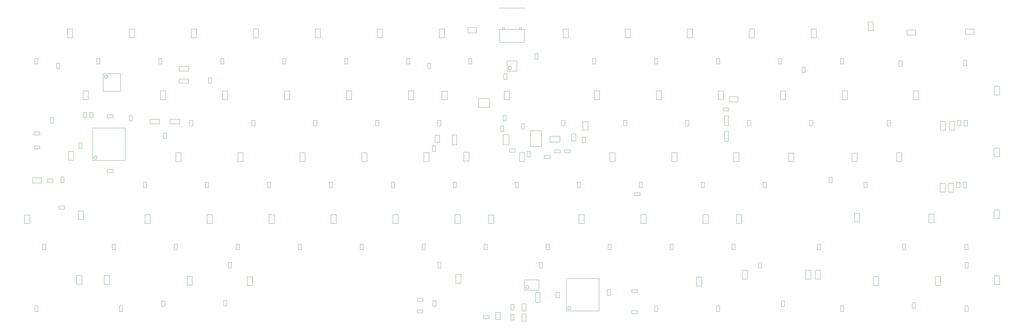
<source format=gbr>
%FSTAX23Y23*%
%MOIN*%
%SFA1B1*%

%IPPOS*%
%ADD146C,0.003937*%
%LNquadcube_65_pcb_mechanical_13-1*%
%LPD*%
G54D146*
X05462Y07247D02*
D01*
X05462Y07248*
X05462Y07249*
X05462Y07251*
X05461Y07252*
X05461Y07253*
X0546Y07255*
X0546Y07256*
X05459Y07257*
X05458Y07258*
X05457Y07259*
X05457Y0726*
X05456Y07261*
X05455Y07262*
X05453Y07263*
X05452Y07264*
X05451Y07264*
X0545Y07265*
X05448Y07265*
X05447Y07266*
X05446Y07266*
X05444Y07266*
X05443Y07266*
X05442*
X0544Y07266*
X05439Y07266*
X05438Y07266*
X05436Y07265*
X05435Y07265*
X05434Y07264*
X05433Y07264*
X05431Y07263*
X0543Y07262*
X05429Y07261*
X05428Y0726*
X05427Y07259*
X05426Y07258*
X05426Y07257*
X05425Y07256*
X05424Y07255*
X05424Y07253*
X05423Y07252*
X05423Y07251*
X05423Y07249*
X05423Y07248*
X05423Y07247*
X05423Y07245*
X05423Y07244*
X05423Y07242*
X05423Y07241*
X05424Y0724*
X05424Y07239*
X05425Y07237*
X05426Y07236*
X05426Y07235*
X05427Y07234*
X05428Y07233*
X05429Y07232*
X0543Y07231*
X05431Y0723*
X05433Y07229*
X05434Y07229*
X05435Y07228*
X05436Y07228*
X05438Y07227*
X05439Y07227*
X0544Y07227*
X05442Y07227*
X05443*
X05444Y07227*
X05446Y07227*
X05447Y07227*
X05448Y07228*
X0545Y07228*
X05451Y07229*
X05452Y07229*
X05453Y0723*
X05455Y07231*
X05456Y07232*
X05457Y07233*
X05457Y07234*
X05458Y07235*
X05459Y07236*
X0546Y07237*
X0546Y07239*
X05461Y0724*
X05461Y07241*
X05462Y07242*
X05462Y07244*
X05462Y07245*
X05462Y07247*
X11196Y05424D02*
D01*
X11196Y05425*
X11196Y05426*
X11196Y05428*
X11196Y05429*
X11195Y0543*
X11195Y05432*
X11194Y05433*
X11193Y05434*
X11193Y05435*
X11192Y05436*
X11191Y05437*
X1119Y05438*
X11189Y05439*
X11188Y0544*
X11187Y05441*
X11185Y05441*
X11184Y05442*
X11183Y05442*
X11181Y05443*
X1118Y05443*
X11179Y05443*
X11177Y05443*
X11176*
X11175Y05443*
X11173Y05443*
X11172Y05443*
X11171Y05442*
X11169Y05442*
X11168Y05441*
X11167Y05441*
X11166Y0544*
X11165Y05439*
X11163Y05438*
X11163Y05437*
X11162Y05436*
X11161Y05435*
X1116Y05434*
X11159Y05433*
X11159Y05432*
X11158Y0543*
X11158Y05429*
X11157Y05428*
X11157Y05426*
X11157Y05425*
X11157Y05424*
X11157Y05422*
X11157Y05421*
X11157Y0542*
X11158Y05418*
X11158Y05417*
X11159Y05416*
X11159Y05414*
X1116Y05413*
X11161Y05412*
X11162Y05411*
X11163Y0541*
X11163Y05409*
X11165Y05408*
X11166Y05407*
X11167Y05407*
X11168Y05406*
X11169Y05405*
X11171Y05405*
X11172Y05405*
X11173Y05404*
X11175Y05404*
X11176Y05404*
X11177*
X11179Y05404*
X1118Y05404*
X11181Y05405*
X11183Y05405*
X11184Y05405*
X11185Y05406*
X11187Y05407*
X11188Y05407*
X11189Y05408*
X1119Y05409*
X11191Y0541*
X11192Y05411*
X11193Y05412*
X11193Y05413*
X11194Y05414*
X11195Y05416*
X11195Y05417*
X11196Y05418*
X11196Y0542*
X11196Y05421*
X11196Y05422*
X11196Y05424*
X05589Y08229D02*
D01*
X05589Y0823*
X05589Y08232*
X05589Y08233*
X05588Y08234*
X05588Y08236*
X05587Y08237*
X05587Y08238*
X05586Y08239*
X05585Y0824*
X05584Y08241*
X05584Y08243*
X05583Y08243*
X05582Y08244*
X0558Y08245*
X05579Y08246*
X05578Y08247*
X05577Y08247*
X05575Y08248*
X05574Y08248*
X05573Y08248*
X05571Y08248*
X0557Y08249*
X05569*
X05567Y08248*
X05566Y08248*
X05565Y08248*
X05563Y08248*
X05562Y08247*
X05561Y08247*
X0556Y08246*
X05558Y08245*
X05557Y08244*
X05556Y08243*
X05555Y08243*
X05554Y08241*
X05553Y0824*
X05553Y08239*
X05552Y08238*
X05551Y08237*
X05551Y08236*
X0555Y08234*
X0555Y08233*
X0555Y08232*
X0555Y0823*
X0555Y08229*
X0555Y08227*
X0555Y08226*
X0555Y08225*
X0555Y08223*
X05551Y08222*
X05551Y08221*
X05552Y0822*
X05553Y08218*
X05553Y08217*
X05554Y08216*
X05555Y08215*
X05556Y08214*
X05557Y08213*
X05558Y08213*
X0556Y08212*
X05561Y08211*
X05562Y08211*
X05563Y0821*
X05565Y0821*
X05566Y08209*
X05567Y08209*
X05569Y08209*
X0557*
X05571Y08209*
X05573Y08209*
X05574Y0821*
X05575Y0821*
X05577Y08211*
X05578Y08211*
X05579Y08212*
X0558Y08213*
X05582Y08213*
X05583Y08214*
X05584Y08215*
X05584Y08216*
X05585Y08217*
X05586Y08218*
X05587Y0822*
X05587Y08221*
X05588Y08222*
X05588Y08223*
X05589Y08225*
X05589Y08226*
X05589Y08227*
X05589Y08229*
X10686Y05679D02*
D01*
X10685Y0568*
X10685Y05681*
X10685Y05683*
X10685Y05684*
X10684Y05685*
X10684Y05687*
X10683Y05688*
X10683Y05689*
X10682Y0569*
X10681Y05691*
X1068Y05692*
X10679Y05693*
X10678Y05694*
X10677Y05695*
X10676Y05696*
X10674Y05696*
X10673Y05697*
X10672Y05697*
X10671Y05698*
X10669Y05698*
X10668Y05698*
X10667Y05698*
X10665*
X10664Y05698*
X10662Y05698*
X10661Y05698*
X1066Y05697*
X10658Y05697*
X10657Y05696*
X10656Y05696*
X10655Y05695*
X10654Y05694*
X10653Y05693*
X10652Y05692*
X10651Y05691*
X1065Y0569*
X10649Y05689*
X10648Y05688*
X10648Y05687*
X10647Y05685*
X10647Y05684*
X10647Y05683*
X10646Y05681*
X10646Y0568*
X10646Y05679*
X10646Y05677*
X10646Y05676*
X10647Y05675*
X10647Y05673*
X10647Y05672*
X10648Y05671*
X10648Y05669*
X10649Y05668*
X1065Y05667*
X10651Y05666*
X10652Y05665*
X10653Y05664*
X10654Y05663*
X10655Y05662*
X10656Y05662*
X10657Y05661*
X10658Y0566*
X1066Y0566*
X10661Y0566*
X10662Y05659*
X10664Y05659*
X10665Y05659*
X10667*
X10668Y05659*
X10669Y05659*
X10671Y0566*
X10672Y0566*
X10673Y0566*
X10674Y05661*
X10676Y05662*
X10677Y05662*
X10678Y05663*
X10679Y05664*
X1068Y05665*
X10681Y05666*
X10682Y05667*
X10683Y05668*
X10683Y05669*
X10684Y05671*
X10684Y05672*
X10685Y05673*
X10685Y05675*
X10685Y05676*
X10685Y05677*
X10686Y05679*
X10476Y0833D02*
D01*
X10476Y08332*
X10476Y08333*
X10475Y08334*
X10475Y08336*
X10475Y08337*
X10474Y08338*
X10474Y08339*
X10473Y08341*
X10472Y08342*
X10471Y08343*
X1047Y08344*
X10469Y08345*
X10468Y08346*
X10467Y08347*
X10466Y08347*
X10465Y08348*
X10464Y08348*
X10462Y08349*
X10461Y08349*
X1046Y0835*
X10458Y0835*
X10457Y0835*
X10456*
X10454Y0835*
X10453Y0835*
X10451Y08349*
X1045Y08349*
X10449Y08348*
X10448Y08348*
X10446Y08347*
X10445Y08347*
X10444Y08346*
X10443Y08345*
X10442Y08344*
X10441Y08343*
X1044Y08342*
X10439Y08341*
X10439Y08339*
X10438Y08338*
X10438Y08337*
X10437Y08336*
X10437Y08334*
X10437Y08333*
X10437Y08332*
X10437Y0833*
X10437Y08329*
X10437Y08327*
X10437Y08326*
X10437Y08325*
X10438Y08323*
X10438Y08322*
X10439Y08321*
X10439Y0832*
X1044Y08319*
X10441Y08318*
X10442Y08317*
X10443Y08316*
X10444Y08315*
X10445Y08314*
X10446Y08313*
X10448Y08313*
X10449Y08312*
X1045Y08311*
X10451Y08311*
X10453Y08311*
X10454Y08311*
X10456Y08311*
X10457*
X10458Y08311*
X1046Y08311*
X10461Y08311*
X10462Y08311*
X10464Y08312*
X10465Y08313*
X10466Y08313*
X10467Y08314*
X10468Y08315*
X10469Y08316*
X1047Y08317*
X10471Y08318*
X10472Y08319*
X10473Y0832*
X10474Y08321*
X10474Y08322*
X10475Y08323*
X10475Y08325*
X10475Y08326*
X10476Y08327*
X10476Y08329*
X10476Y0833*
X11964Y06785D02*
Y06822D01*
X12031Y06785D02*
Y06822D01*
X11964Y06785D02*
X12031D01*
X11964Y06822D02*
X12031D01*
X11332Y07429D02*
X1137D01*
X11332Y07496D02*
X1137D01*
Y07429D02*
Y07496D01*
X11332Y07429D02*
Y07496D01*
X14594Y07198D02*
Y07303D01*
Y07198D02*
X14657D01*
X14594Y07303D02*
X14657D01*
Y07198D02*
Y07303D01*
X14626Y06467D02*
Y06573D01*
Y06467D02*
X14689D01*
X14626Y06573D02*
X14689D01*
Y06467D02*
Y06573D01*
X14216Y05776D02*
Y05882D01*
X14153D02*
X14216D01*
X14153Y05776D02*
X14216D01*
X14153D02*
Y05882D01*
X12715Y05693D02*
Y05799D01*
Y05693D02*
X12778D01*
X12715Y05799D02*
X12778D01*
Y05693D02*
Y05799D01*
X06993Y05449D02*
Y05516D01*
X0703Y05449D02*
Y05516D01*
X06993D02*
X0703D01*
X06993Y05449D02*
X0703D01*
X06245Y05442D02*
Y05509D01*
X06282Y05442D02*
Y05509D01*
X06245D02*
X06282D01*
X06245Y05442D02*
X06282D01*
X05732Y05383D02*
Y0545D01*
X05769Y05383D02*
Y0545D01*
X05732D02*
X05769D01*
X05732Y05383D02*
X05769D01*
X14855Y05698D02*
Y05804D01*
Y05698D02*
X14917D01*
X14855Y05804D02*
X14917D01*
Y05698D02*
Y05804D01*
X09802Y05725D02*
Y05831D01*
Y05725D02*
X09865D01*
X09802Y05831D02*
X09865D01*
Y05725D02*
Y05831D01*
X07279Y05698D02*
Y05803D01*
Y05698D02*
X07342D01*
X07279Y05803D02*
X07342D01*
Y05698D02*
Y05803D01*
X11016Y05547D02*
X11054D01*
X11016Y05616D02*
X11054D01*
Y05547D02*
Y05616D01*
X11016Y05547D02*
Y05616D01*
X11636Y05647D02*
X11674D01*
X11636Y05578D02*
X11674D01*
X11636D02*
Y05647D01*
X11674Y05578D02*
Y05647D01*
X10666Y07255D02*
X10703D01*
X10666Y07324D02*
X10703D01*
Y07255D02*
Y07324D01*
X10666Y07255D02*
Y07324D01*
X06808Y08149D02*
X06845D01*
X06808Y08216D02*
X06845D01*
Y08149D02*
Y08216D01*
X06808Y08149D02*
Y08216D01*
X10382Y08261D02*
X1042D01*
X10382Y08194D02*
X1042D01*
X10382D02*
Y08261D01*
X1042Y08194D02*
Y08261D01*
X10468Y05279D02*
X10505D01*
X10468Y05346D02*
X10505D01*
Y05279D02*
Y05346D01*
X10468Y05279D02*
Y05346D01*
X15873Y07632D02*
X1591D01*
X15873Y07699D02*
X1591D01*
Y07632D02*
Y07699D01*
X15873Y07632D02*
Y07699D01*
X15774Y07578D02*
Y07684D01*
Y07578D02*
X15837D01*
X15774Y07684D02*
X15837D01*
Y07578D02*
Y07684D01*
X15666Y07578D02*
Y07684D01*
Y07578D02*
X15729D01*
X15666Y07684D02*
X15729D01*
Y07578D02*
Y07684D01*
X14458Y08383D02*
Y08449D01*
X14496Y08383D02*
Y08449D01*
X14458D02*
X14496D01*
X14458Y08383D02*
X14496D01*
X1479Y08787D02*
Y08893D01*
Y08787D02*
X14853D01*
X1479Y08893D02*
X14853D01*
Y08787D02*
Y08893D01*
X1576Y06828D02*
Y06934D01*
Y06828D02*
X15823D01*
X1576Y06934D02*
X15823D01*
Y06828D02*
Y06934D01*
X15663Y06828D02*
Y06934D01*
Y06828D02*
X15726D01*
X15663Y06934D02*
X15726D01*
Y06828D02*
Y06934D01*
X07051Y05976D02*
X07088D01*
X07051Y05907D02*
X07088D01*
X07051D02*
Y05976D01*
X07088Y05907D02*
Y05976D01*
X13465D02*
X13502D01*
X13465Y05907D02*
X13502D01*
X13465D02*
Y05976D01*
X13502Y05907D02*
Y05976D01*
X05407Y07605D02*
X05801D01*
X05407Y07211D02*
X05801D01*
Y07605*
X05407Y07211D02*
Y07605D01*
X11141Y05782D02*
X11535D01*
X11141Y05388D02*
X11535D01*
Y05782*
X11141Y05388D02*
Y05782D01*
X10324Y09059D02*
X10639D01*
X10393Y08799D02*
Y08818D01*
X10368D02*
X10393D01*
X10368Y08799D02*
Y08818D01*
X10596Y08799D02*
Y08818D01*
X1057D02*
X10596D01*
X1057Y08799D02*
Y08818D01*
X10633Y08641D02*
Y08799D01*
X1033Y08641D02*
X10633D01*
X1033D02*
Y08799D01*
X10633*
X10284Y05286D02*
X10337D01*
X10284Y05373D02*
X10337D01*
X10284Y05286D02*
Y05373D01*
X10337Y05286D02*
Y05373D01*
X09338Y05542D02*
X09405D01*
X09338Y05504D02*
X09405D01*
Y05542*
X09338Y05504D02*
Y05542D01*
X10505Y05402D02*
Y05469D01*
X10468Y05402D02*
Y05469D01*
Y05402D02*
X10505D01*
X10468Y05469D02*
X10505D01*
X09335Y05401D02*
X09402D01*
X09335Y05364D02*
X09402D01*
Y05401*
X09335Y05364D02*
Y05401D01*
X04585Y06448D02*
Y06553D01*
Y06448D02*
X04648D01*
X04585Y06553D02*
X04648D01*
Y06448D02*
Y06553D01*
X04682Y07D02*
X04788D01*
X04682Y06937D02*
Y07D01*
X04788Y06937D02*
Y07D01*
X04682Y06937D02*
X04788D01*
X09622Y05908D02*
Y05977D01*
X09584Y05908D02*
Y05977D01*
Y05908D02*
X09622D01*
X09584Y05977D02*
X09622D01*
X04699Y07521D02*
Y07559D01*
X04768Y07521D02*
Y07559D01*
X04699Y07521D02*
X04768D01*
X04699Y07559D02*
X04768D01*
X047Y07352D02*
Y07389D01*
X04769Y07352D02*
Y07389D01*
X047Y07352D02*
X04769D01*
X047Y07389D02*
X04769D01*
X05585Y07066D02*
Y07104D01*
X05654Y07066D02*
Y07104D01*
X05585Y07066D02*
X05654D01*
X05585Y07104D02*
X05654D01*
Y07727D02*
Y07764D01*
X05585Y07727D02*
Y07764D01*
X05654*
X05585Y07727D02*
X05654D01*
X0524Y07427D02*
X05277D01*
X0524Y07358D02*
X05277D01*
X0524D02*
Y07427D01*
X05277Y07358D02*
Y07427D01*
X10812Y05976D02*
X10849D01*
X10812Y05907D02*
X10849D01*
X10812D02*
Y05976D01*
X10849Y05907D02*
Y05976D01*
X04971Y08393D02*
X05008D01*
X04971Y08324D02*
X05008D01*
X04971D02*
Y08393D01*
X05008Y08324D02*
Y08393D01*
X0946D02*
X09498D01*
X0946Y08324D02*
X09498D01*
X0946D02*
Y08393D01*
X09498Y08324D02*
Y08393D01*
X15966Y05976D02*
X16003D01*
X15966Y05907D02*
X16003D01*
X15966D02*
Y05976D01*
X16003Y05907D02*
Y05976D01*
X10076Y07856D02*
X1021D01*
X10076Y07962D02*
X1021D01*
X10076Y07856D02*
Y07962D01*
X1021Y07856D02*
Y07962D01*
X1045Y07312D02*
Y0735D01*
X10519Y07312D02*
Y0735D01*
X1045Y07312D02*
X10519D01*
X1045Y0735D02*
X10519D01*
X06101Y07656D02*
Y07711D01*
X06219Y07656D02*
Y07711D01*
X06101D02*
X06219D01*
X06101Y07656D02*
X06219D01*
X06345D02*
Y07711D01*
X06463Y07656D02*
Y07711D01*
X06345D02*
X06463D01*
X06345Y07656D02*
X06463D01*
X09758Y07521D02*
X09813D01*
X09758Y07403D02*
X09813D01*
Y07521*
X09758Y07403D02*
Y07521D01*
X05Y06623D02*
Y0666D01*
X05067Y06623D02*
Y0666D01*
X05Y06623D02*
X05067D01*
X05Y0666D02*
X05067D01*
X06262Y07545D02*
X063D01*
X06262Y07478D02*
X063D01*
X06262D02*
Y07545D01*
X063Y07478D02*
Y07545D01*
X05375Y07727D02*
X05413D01*
X05375Y07794D02*
X05413D01*
Y07727D02*
Y07794D01*
X05375Y07727D02*
Y07794D01*
X05299Y07727D02*
X05336D01*
X05299Y07794D02*
X05336D01*
Y07727D02*
Y07794D01*
X05299Y07727D02*
Y07794D01*
X04927Y06949D02*
Y06987D01*
X0486Y06949D02*
Y06987D01*
X04927*
X0486Y06949D02*
X04927D01*
X15863Y06882D02*
X159D01*
X15863Y06949D02*
X159D01*
Y06882D02*
Y06949D01*
X15863Y06882D02*
Y06949D01*
X10344Y07562D02*
X10381D01*
X10344Y07629D02*
X10381D01*
Y07562D02*
Y07629D01*
X10344Y07562D02*
Y07629D01*
X13038Y07812D02*
Y07849D01*
X13105Y07812D02*
Y07849D01*
X13038Y07812D02*
X13105D01*
X13038Y07849D02*
X13105D01*
X09518Y07388D02*
X09556D01*
X09518Y07321D02*
X09556D01*
X09518D02*
Y07388D01*
X09556Y07321D02*
Y07388D01*
X13113Y07921D02*
X13219D01*
Y07984*
X13113Y07921D02*
Y07984D01*
X13219*
X05534Y08264D02*
X05745D01*
X05534Y08052D02*
X05745D01*
X05534D02*
Y08264D01*
X05745Y08052D02*
Y08264D01*
X1063Y05765D02*
X10808D01*
X1063Y05643D02*
X10808D01*
Y05765*
X1063Y05643D02*
Y05765D01*
X10421Y08417D02*
X10543D01*
X10421Y08295D02*
X10543D01*
Y08417*
X10421Y08295D02*
Y08417D01*
X11254Y07448D02*
Y07535D01*
X11201Y07448D02*
Y07535D01*
X11254*
X11201Y07448D02*
X11254D01*
X0955Y07517D02*
X09605D01*
X0955Y07431D02*
X09605D01*
Y07517*
X0955Y07431D02*
Y07517D01*
X15136Y07198D02*
Y07304D01*
Y07198D02*
X15199D01*
X15136Y07304D02*
X15199D01*
Y07198D02*
Y07304D01*
X1474Y06883D02*
Y06949D01*
X14777Y06883D02*
Y06949D01*
X1474D02*
X14777D01*
X1474Y06883D02*
X14777D01*
X14317Y06941D02*
Y07008D01*
X14355Y06941D02*
Y07008D01*
X14317D02*
X14355D01*
X14317Y06941D02*
X14355D01*
X14036Y05776D02*
Y05882D01*
Y05776D02*
X14099D01*
X14036Y05882D02*
X14099D01*
Y05776D02*
Y05882D01*
X13742Y05441D02*
Y05508D01*
X13779Y05441D02*
Y05508D01*
X13742D02*
X13779D01*
X13742Y05441D02*
X13779D01*
X13269Y05776D02*
Y05882D01*
Y05776D02*
X13332D01*
X13269Y05882D02*
X13332D01*
Y05776D02*
Y05882D01*
X12958Y05383D02*
Y05449D01*
X12996Y05383D02*
Y05449D01*
X12958D02*
X12996D01*
X12958Y05383D02*
X12996D01*
X0655Y05702D02*
Y05808D01*
Y05702D02*
X06613D01*
X0655Y05808D02*
X06613D01*
Y05702D02*
Y05808D01*
X05547Y05713D02*
Y05819D01*
Y05713D02*
X0561D01*
X05547Y05819D02*
X0561D01*
Y05713D02*
Y05819D01*
X04708Y05383D02*
Y05449D01*
X04746Y05383D02*
Y05449D01*
X04708D02*
X04746D01*
X04708Y05383D02*
X04746D01*
X06042Y06448D02*
Y06554D01*
Y06448D02*
X06105D01*
X06042Y06554D02*
X06105D01*
Y06448D02*
Y06554D01*
X05646Y06133D02*
Y06199D01*
X05683Y06133D02*
Y06199D01*
X05646D02*
X05683D01*
X05646Y06133D02*
X05683D01*
X05214Y05712D02*
Y05818D01*
Y05712D02*
X05277D01*
X05214Y05818D02*
X05277D01*
Y05712D02*
Y05818D01*
X05114Y07215D02*
Y07321D01*
Y07215D02*
X05177D01*
X05114Y07321D02*
X05177D01*
Y07215D02*
Y07321D01*
X04802Y06133D02*
Y06199D01*
X0484Y06133D02*
Y06199D01*
X04802D02*
X0484D01*
X04802Y06133D02*
X0484D01*
X05026Y06945D02*
Y07012D01*
X05063Y06945D02*
Y07012D01*
X05026D02*
X05063D01*
X05026Y06945D02*
X05063D01*
X14458Y05383D02*
Y05449D01*
X14496Y05383D02*
Y05449D01*
X14458D02*
X14496D01*
X14458Y05383D02*
X14496D01*
X15324Y0542D02*
Y05487D01*
X15362Y0542D02*
Y05487D01*
X15324D02*
X15362D01*
X15324Y0542D02*
X15362D01*
X15605Y05698D02*
Y05804D01*
Y05698D02*
X15667D01*
X15605Y05804D02*
X15667D01*
Y05698D02*
Y05804D01*
X15526Y06457D02*
Y06563D01*
Y06457D02*
X15589D01*
X15526Y06563D02*
X15589D01*
Y06457D02*
Y06563D01*
X15208Y06133D02*
Y06199D01*
X15246Y06133D02*
Y06199D01*
X15208D02*
X15246D01*
X15208Y06133D02*
X15246D01*
X14177D02*
Y06199D01*
X14215Y06133D02*
Y06199D01*
X14177D02*
X14215D01*
X14177Y06133D02*
X14215D01*
X12208Y05383D02*
Y05449D01*
X12246Y05383D02*
Y05449D01*
X12208D02*
X12246D01*
X12208Y05383D02*
X12246D01*
X09524Y05446D02*
Y05513D01*
X09562Y05446D02*
Y05513D01*
X09524D02*
X09562D01*
X09524Y05446D02*
X09562D01*
X15337Y07949D02*
Y08054D01*
Y07949D02*
X154D01*
X15337Y08054D02*
X154D01*
Y07949D02*
Y08054D01*
X1502Y07633D02*
Y07699D01*
X15057Y07633D02*
Y07699D01*
X1502D02*
X15057D01*
X1502Y07633D02*
X15057D01*
X1596Y06132D02*
Y06199D01*
X15998Y06132D02*
Y06199D01*
X1596D02*
X15998D01*
X1596Y06132D02*
X15998D01*
X16316Y06507D02*
Y06612D01*
Y06507D02*
X16379D01*
X16316Y06612D02*
X16379D01*
Y06507D02*
Y06612D01*
X15962Y0538D02*
Y05447D01*
X16Y0538D02*
Y05447D01*
X15962D02*
X16D01*
X15962Y0538D02*
X16D01*
X16318Y05708D02*
Y05814D01*
Y05708D02*
X16381D01*
X16318Y05814D02*
X16381D01*
Y05708D02*
Y05814D01*
X10197Y06448D02*
Y06553D01*
Y06448D02*
X1026D01*
X10197Y06553D02*
X1026D01*
Y06448D02*
Y06553D01*
X10145Y06133D02*
Y06199D01*
X10182Y06133D02*
Y06199D01*
X10145D02*
X10182D01*
X10145Y06133D02*
X10182D01*
X09395D02*
Y06199D01*
X09432Y06133D02*
Y06199D01*
X09395D02*
X09432D01*
X09395Y06133D02*
X09432D01*
X09791Y06448D02*
Y06554D01*
Y06448D02*
X09854D01*
X09791Y06554D02*
X09854D01*
Y06448D02*
Y06554D01*
X06791Y06448D02*
Y06554D01*
Y06448D02*
X06854D01*
X06791Y06554D02*
X06854D01*
Y06448D02*
Y06554D01*
X06395Y06133D02*
Y06199D01*
X06432Y06133D02*
Y06199D01*
X06395D02*
X06432D01*
X06395Y06133D02*
X06432D01*
X07145D02*
Y06199D01*
X07182Y06133D02*
Y06199D01*
X07145D02*
X07182D01*
X07145Y06133D02*
X07182D01*
X07541Y06448D02*
Y06554D01*
Y06448D02*
X07604D01*
X07541Y06554D02*
X07604D01*
Y06448D02*
Y06554D01*
X09041Y06448D02*
Y06554D01*
Y06448D02*
X09104D01*
X09041Y06554D02*
X09104D01*
Y06448D02*
Y06554D01*
X08645Y06133D02*
Y06199D01*
X08682Y06133D02*
Y06199D01*
X08645D02*
X08682D01*
X08645Y06133D02*
X08682D01*
X07895D02*
Y06199D01*
X07932Y06133D02*
Y06199D01*
X07895D02*
X07932D01*
X07895Y06133D02*
X07932D01*
X08291Y06448D02*
Y06554D01*
Y06448D02*
X08354D01*
X08291Y06554D02*
X08354D01*
Y06448D02*
Y06554D01*
X11291Y06448D02*
Y06554D01*
Y06448D02*
X11354D01*
X11291Y06554D02*
X11354D01*
Y06448D02*
Y06554D01*
X10895Y06133D02*
Y06199D01*
X10932Y06133D02*
Y06199D01*
X10895D02*
X10932D01*
X10895Y06133D02*
X10932D01*
X11645D02*
Y06199D01*
X11682Y06133D02*
Y06199D01*
X11645D02*
X11682D01*
X11645Y06133D02*
X11682D01*
X12041Y06448D02*
Y06554D01*
Y06448D02*
X12104D01*
X12041Y06554D02*
X12104D01*
Y06448D02*
Y06554D01*
X12791Y06448D02*
Y06554D01*
Y06448D02*
X12854D01*
X12791Y06554D02*
X12854D01*
Y06448D02*
Y06554D01*
X12395Y06133D02*
Y06199D01*
X12432Y06133D02*
Y06199D01*
X12395D02*
X12432D01*
X12395Y06133D02*
X12432D01*
X13145D02*
Y06199D01*
X13182Y06133D02*
Y06199D01*
X13145D02*
X13182D01*
X13145Y06133D02*
X13182D01*
X13199Y06449D02*
Y06554D01*
Y06449D02*
X13262D01*
X13199Y06554D02*
X13262D01*
Y06449D02*
Y06554D01*
X12228Y07948D02*
Y08054D01*
Y07948D02*
X12291D01*
X12228Y08054D02*
X12291D01*
Y07948D02*
Y08054D01*
X12978Y07948D02*
Y08054D01*
Y07948D02*
X13041D01*
X12978Y08054D02*
X13041D01*
Y07948D02*
Y08054D01*
X12582Y07633D02*
Y07699D01*
X1262Y07633D02*
Y07699D01*
X12582D02*
X1262D01*
X12582Y07633D02*
X1262D01*
X13332D02*
Y07699D01*
X1337Y07633D02*
Y07699D01*
X13332D02*
X1337D01*
X13332Y07633D02*
X1337D01*
X13728Y07948D02*
Y08054D01*
Y07948D02*
X13791D01*
X13728Y08054D02*
X13791D01*
Y07948D02*
Y08054D01*
X14082Y07633D02*
Y07699D01*
X1412Y07633D02*
Y07699D01*
X14082D02*
X1412D01*
X14082Y07633D02*
X1412D01*
X14478Y07948D02*
Y08054D01*
Y07948D02*
X14541D01*
X14478Y08054D02*
X14541D01*
Y07948D02*
Y08054D01*
X12603Y08698D02*
Y08804D01*
Y08698D02*
X12666D01*
X12603Y08804D02*
X12666D01*
Y08698D02*
Y08804D01*
X12207Y08383D02*
Y08449D01*
X12245Y08383D02*
Y08449D01*
X12207D02*
X12245D01*
X12207Y08383D02*
X12245D01*
X12957D02*
Y08449D01*
X12995Y08383D02*
Y08449D01*
X12957D02*
X12995D01*
X12957Y08383D02*
X12995D01*
X13353Y08698D02*
Y08804D01*
Y08698D02*
X13416D01*
X13353Y08804D02*
X13416D01*
Y08698D02*
Y08804D01*
X14103Y08698D02*
Y08804D01*
Y08698D02*
X14166D01*
X14103Y08804D02*
X14166D01*
Y08698D02*
Y08804D01*
X13707Y08383D02*
Y08449D01*
X13745Y08383D02*
Y08449D01*
X13707D02*
X13745D01*
X13707Y08383D02*
X13745D01*
X13166Y07198D02*
Y07304D01*
Y07198D02*
X13229D01*
X13166Y07304D02*
X13229D01*
Y07198D02*
Y07304D01*
X1277Y06883D02*
Y06949D01*
X12807Y06883D02*
Y06949D01*
X1277D02*
X12807D01*
X1277Y06883D02*
X12807D01*
X1352D02*
Y06949D01*
X13557Y06883D02*
Y06949D01*
X1352D02*
X13557D01*
X1352Y06883D02*
X13557D01*
X1383Y07198D02*
Y07303D01*
Y07198D02*
X13893D01*
X1383Y07303D02*
X13893D01*
Y07198D02*
Y07303D01*
X12416Y07198D02*
Y07304D01*
Y07198D02*
X12479D01*
X12416Y07304D02*
X12479D01*
Y07198D02*
Y07304D01*
X1202Y06883D02*
Y06949D01*
X12057Y06883D02*
Y06949D01*
X1202D02*
X12057D01*
X1202Y06883D02*
X12057D01*
X1127D02*
Y06949D01*
X11307Y06883D02*
Y06949D01*
X1127D02*
X11307D01*
X1127Y06883D02*
X11307D01*
X11666Y07198D02*
Y07304D01*
Y07198D02*
X11729D01*
X11666Y07304D02*
X11729D01*
Y07198D02*
Y07304D01*
X05291Y07948D02*
Y08054D01*
Y07948D02*
X05354D01*
X05291Y08054D02*
X05354D01*
Y07948D02*
Y08054D01*
X04896Y07665D02*
Y07732D01*
X04934Y07665D02*
Y07732D01*
X04896D02*
X04934D01*
X04896Y07665D02*
X04934D01*
X08082Y07633D02*
Y07699D01*
X0812Y07633D02*
Y07699D01*
X08082D02*
X0812D01*
X08082Y07633D02*
X0812D01*
X08478Y07948D02*
Y08054D01*
Y07948D02*
X08541D01*
X08478Y08054D02*
X08541D01*
Y07948D02*
Y08054D01*
X08832Y07633D02*
Y07699D01*
X0887Y07633D02*
Y07699D01*
X08832D02*
X0887D01*
X08832Y07633D02*
X0887D01*
X09228Y07948D02*
Y08054D01*
Y07948D02*
X09291D01*
X09228Y08054D02*
X09291D01*
Y07948D02*
Y08054D01*
X07728Y07948D02*
Y08054D01*
Y07948D02*
X07791D01*
X07728Y08054D02*
X07791D01*
Y07948D02*
Y08054D01*
X07332Y07633D02*
Y07699D01*
X0737Y07633D02*
Y07699D01*
X07332D02*
X0737D01*
X07332Y07633D02*
X0737D01*
X06582D02*
Y07699D01*
X0662Y07633D02*
Y07699D01*
X06582D02*
X0662D01*
X06582Y07633D02*
X0662D01*
X06978Y07948D02*
Y08054D01*
Y07948D02*
X07041D01*
X06978Y08054D02*
X07041D01*
Y07948D02*
Y08054D01*
X07166Y07198D02*
Y07304D01*
Y07198D02*
X07229D01*
X07166Y07304D02*
X07229D01*
Y07198D02*
Y07304D01*
X0677Y06883D02*
Y06949D01*
X06807Y06883D02*
Y06949D01*
X0677D02*
X06807D01*
X0677Y06883D02*
X06807D01*
X0752D02*
Y06949D01*
X07557Y06883D02*
Y06949D01*
X0752D02*
X07557D01*
X0752Y06883D02*
X07557D01*
X07916Y07198D02*
Y07304D01*
Y07198D02*
X07979D01*
X07916Y07304D02*
X07979D01*
Y07198D02*
Y07304D01*
X06416Y07198D02*
Y07304D01*
Y07198D02*
X06479D01*
X06416Y07304D02*
X06479D01*
Y07198D02*
Y07304D01*
X0602Y06883D02*
Y06949D01*
X06057Y06883D02*
Y06949D01*
X0602D02*
X06057D01*
X0602Y06883D02*
X06057D01*
X09603Y08698D02*
Y08804D01*
Y08698D02*
X09666D01*
X09603Y08804D02*
X09666D01*
Y08698D02*
Y08804D01*
X09207Y08383D02*
Y08449D01*
X09245Y08383D02*
Y08449D01*
X09207D02*
X09245D01*
X09207Y08383D02*
X09245D01*
X08853Y08698D02*
Y08804D01*
Y08698D02*
X08916D01*
X08853Y08804D02*
X08916D01*
Y08698D02*
Y08804D01*
X08457Y08383D02*
Y08449D01*
X08495Y08383D02*
Y08449D01*
X08457D02*
X08495D01*
X08457Y08383D02*
X08495D01*
X07353Y08698D02*
Y08804D01*
Y08698D02*
X07416D01*
X07353Y08804D02*
X07416D01*
Y08698D02*
Y08804D01*
X06957Y08383D02*
Y08449D01*
X06995Y08383D02*
Y08449D01*
X06957D02*
X06995D01*
X06957Y08383D02*
X06995D01*
X08666Y07198D02*
Y07304D01*
Y07198D02*
X08729D01*
X08666Y07304D02*
X08729D01*
Y07198D02*
Y07304D01*
X0827Y06883D02*
Y06949D01*
X08307Y06883D02*
Y06949D01*
X0827D02*
X08307D01*
X0827Y06883D02*
X08307D01*
X0902D02*
Y06949D01*
X09057Y06883D02*
Y06949D01*
X0902D02*
X09057D01*
X0902Y06883D02*
X09057D01*
X1052D02*
Y06949D01*
X10557Y06883D02*
Y06949D01*
X1052D02*
X10557D01*
X1052Y06883D02*
X10557D01*
X0977D02*
Y06949D01*
X09807Y06883D02*
Y06949D01*
X0977D02*
X09807D01*
X0977Y06883D02*
X09807D01*
X09897Y07205D02*
Y07311D01*
Y07205D02*
X0996D01*
X09897Y07311D02*
X0996D01*
Y07205D02*
Y07311D01*
X05852Y07691D02*
Y07758D01*
X05889Y07691D02*
Y07758D01*
X05852D02*
X05889D01*
X05852Y07691D02*
X05889D01*
X06228Y07948D02*
Y08054D01*
Y07948D02*
X06291D01*
X06228Y08054D02*
X06291D01*
Y07948D02*
Y08054D01*
X09948Y08822D02*
X10053D01*
X09948Y08759D02*
Y08822D01*
X10053Y08759D02*
Y08822D01*
X09948Y08759D02*
X10053D01*
X09636Y07948D02*
Y08053D01*
Y07948D02*
X09699D01*
X09636Y08053D02*
X09699D01*
Y07948D02*
Y08053D01*
X09582Y07633D02*
Y07699D01*
X0962Y07633D02*
Y07699D01*
X09582D02*
X0962D01*
X09582Y07633D02*
X0962D01*
X10374Y07691D02*
Y07758D01*
X10411Y07691D02*
Y07758D01*
X10374D02*
X10411D01*
X10374Y07691D02*
X10411D01*
X10387Y07948D02*
Y08053D01*
Y07948D02*
X1045D01*
X10387Y08053D02*
X1045D01*
Y07948D02*
Y08053D01*
X11832Y07633D02*
Y07699D01*
X1187Y07633D02*
Y07699D01*
X11832D02*
X1187D01*
X11832Y07633D02*
X1187D01*
X11082D02*
Y07699D01*
X1112Y07633D02*
Y07699D01*
X11082D02*
X1112D01*
X11082Y07633D02*
X1112D01*
X11478Y07948D02*
Y08054D01*
Y07948D02*
X11541D01*
X11478Y08054D02*
X11541D01*
Y07948D02*
Y08054D01*
X11853Y08698D02*
Y08804D01*
Y08698D02*
X11916D01*
X11853Y08804D02*
X11916D01*
Y08698D02*
Y08804D01*
X11457Y08383D02*
Y08449D01*
X11495Y08383D02*
Y08449D01*
X11457D02*
X11495D01*
X11457Y08383D02*
X11495D01*
X10757Y08437D02*
Y08504D01*
X10795Y08437D02*
Y08504D01*
X10757D02*
X10795D01*
X10757Y08437D02*
X10795D01*
X11103Y08698D02*
Y08804D01*
Y08698D02*
X11166D01*
X11103Y08804D02*
X11166D01*
Y08698D02*
Y08804D01*
X09957Y08383D02*
Y08449D01*
X09995Y08383D02*
Y08449D01*
X09957D02*
X09995D01*
X09957Y08383D02*
X09995D01*
X07707D02*
Y08449D01*
X07745Y08383D02*
Y08449D01*
X07707D02*
X07745D01*
X07707Y08383D02*
X07745D01*
X08103Y08698D02*
Y08804D01*
Y08698D02*
X08166D01*
X08103Y08804D02*
X08166D01*
Y08698D02*
Y08804D01*
X06207Y08383D02*
Y08449D01*
X06245Y08383D02*
Y08449D01*
X06207D02*
X06245D01*
X06207Y08383D02*
X06245D01*
X06603Y08698D02*
Y08804D01*
Y08698D02*
X06666D01*
X06603Y08804D02*
X06666D01*
Y08698D02*
Y08804D01*
X05457Y08383D02*
Y08449D01*
X05495Y08383D02*
Y08449D01*
X05457D02*
X05495D01*
X05457Y08383D02*
X05495D01*
X05853Y08698D02*
Y08804D01*
Y08698D02*
X05916D01*
X05853Y08804D02*
X05916D01*
Y08698D02*
Y08804D01*
X04707Y08383D02*
Y08449D01*
X04745Y08383D02*
Y08449D01*
X04707D02*
X04745D01*
X04707Y08383D02*
X04745D01*
X05103Y08698D02*
Y08804D01*
Y08698D02*
X05166D01*
X05103Y08804D02*
X05166D01*
Y08698D02*
Y08804D01*
X1305Y07561D02*
X13101D01*
X1305Y07446D02*
X13101D01*
Y07561*
X1305Y07446D02*
Y07561D01*
X13051Y07751D02*
X13102D01*
X13051Y07636D02*
X13102D01*
Y07751*
X13051Y07636D02*
Y07751D01*
X14027Y08274D02*
Y08343D01*
X1399Y08274D02*
Y08343D01*
Y08274D02*
X14027D01*
X1399Y08343D02*
X14027D01*
X10572Y07199D02*
Y07304D01*
Y07199D02*
X10635D01*
X10572Y07304D02*
X10635D01*
Y07199D02*
Y07304D01*
X10445Y07402D02*
Y07524D01*
X10375Y07402D02*
Y07524D01*
X10445*
X10375Y07402D02*
X10445D01*
X10596Y07658D02*
X10633D01*
X10596Y07591D02*
X10633D01*
X10596D02*
Y07658D01*
X10633Y07591D02*
Y07658D01*
X10704Y07382D02*
X10838D01*
X10704Y07571D02*
X10838D01*
Y07382D02*
Y07571D01*
X10704Y07382D02*
Y07571D01*
X10941Y07505D02*
X11063D01*
X10941Y07435D02*
X11063D01*
X10941D02*
Y07505D01*
X11063Y07435D02*
Y07505D01*
X10873Y07236D02*
Y07273D01*
X10941Y07236D02*
Y07273D01*
X10873Y07236D02*
X10941D01*
X10873Y07273D02*
X10941D01*
X11117Y07305D02*
Y07342D01*
X11184Y07305D02*
Y07342D01*
X11117Y07305D02*
X11184D01*
X11117Y07342D02*
X11184D01*
X11402Y07577D02*
Y07683D01*
X11339D02*
X11402D01*
X11339Y07577D02*
X11402D01*
X11339D02*
Y07683D01*
X09416Y07198D02*
Y07304D01*
Y07198D02*
X09479D01*
X09416Y07304D02*
X09479D01*
Y07198D02*
Y07304D01*
X05236Y06494D02*
Y066D01*
Y06494D02*
X05299D01*
X05236Y066D02*
X05299D01*
Y06494D02*
Y066D01*
X06454Y08147D02*
X06569D01*
X06454Y08198D02*
X06569D01*
Y08147D02*
Y08198D01*
X06454Y08147D02*
Y08198D01*
Y08347D02*
X06569D01*
X06454Y08296D02*
X06569D01*
X06454D02*
Y08347D01*
X06569Y08296D02*
Y08347D01*
X15953Y07632D02*
Y07699D01*
X15991Y07632D02*
Y07699D01*
X15953D02*
X15991D01*
X15953Y07632D02*
X15991D01*
X15943Y06882D02*
Y06949D01*
X15981Y06882D02*
Y06949D01*
X15943D02*
X15981D01*
X15943Y06882D02*
X15981D01*
X16317Y08006D02*
Y08112D01*
Y08006D02*
X1638D01*
X16317Y08112D02*
X1638D01*
Y08006D02*
Y08112D01*
X16315Y07257D02*
Y07362D01*
Y07257D02*
X16378D01*
X16315Y07362D02*
X16378D01*
Y07257D02*
Y07362D01*
X15163Y08352D02*
Y08419D01*
X152Y08352D02*
Y08419D01*
X15163D02*
X152D01*
X15163Y08352D02*
X152D01*
X15945Y08362D02*
Y08429D01*
X15983Y08362D02*
Y08429D01*
X15945D02*
X15983D01*
X15945Y08362D02*
X15983D01*
X15261Y08795D02*
X15366D01*
X15261Y08732D02*
Y08795D01*
X15366Y08732D02*
Y08795D01*
X15261Y08732D02*
X15366D01*
X15967Y08804D02*
X16073D01*
X15967Y08741D02*
Y08804D01*
X16073Y08741D02*
Y08804D01*
X15967Y08741D02*
X16073D01*
X12001Y05608D02*
Y05645D01*
X11933Y05608D02*
Y05645D01*
X12001*
X11933Y05608D02*
X12001D01*
X11933Y05355D02*
Y05392D01*
X12001Y05355D02*
Y05392D01*
X11933Y05355D02*
X12001D01*
X11933Y05392D02*
X12001D01*
X10823Y0549D02*
Y0561D01*
X10768Y0549D02*
Y0561D01*
X10823*
X10768Y0549D02*
X10823D01*
X10136Y05297D02*
Y05334D01*
X10205Y05297D02*
Y05334D01*
X10136Y05297D02*
X10205D01*
X10136Y05334D02*
X10205D01*
X106Y05265D02*
X10653D01*
X106Y05352D02*
X10653D01*
X106Y05265D02*
Y05352D01*
X10653Y05265D02*
Y05352D01*
X106Y05388D02*
X10653D01*
X106Y05475D02*
X10653D01*
X106Y05388D02*
Y05475D01*
X10653Y05388D02*
Y05475D01*
X10999Y07305D02*
Y07342D01*
X11065Y07305D02*
Y07342D01*
X10999Y07305D02*
X11065D01*
X10999Y07342D02*
X11065D01*
M02*
</source>
